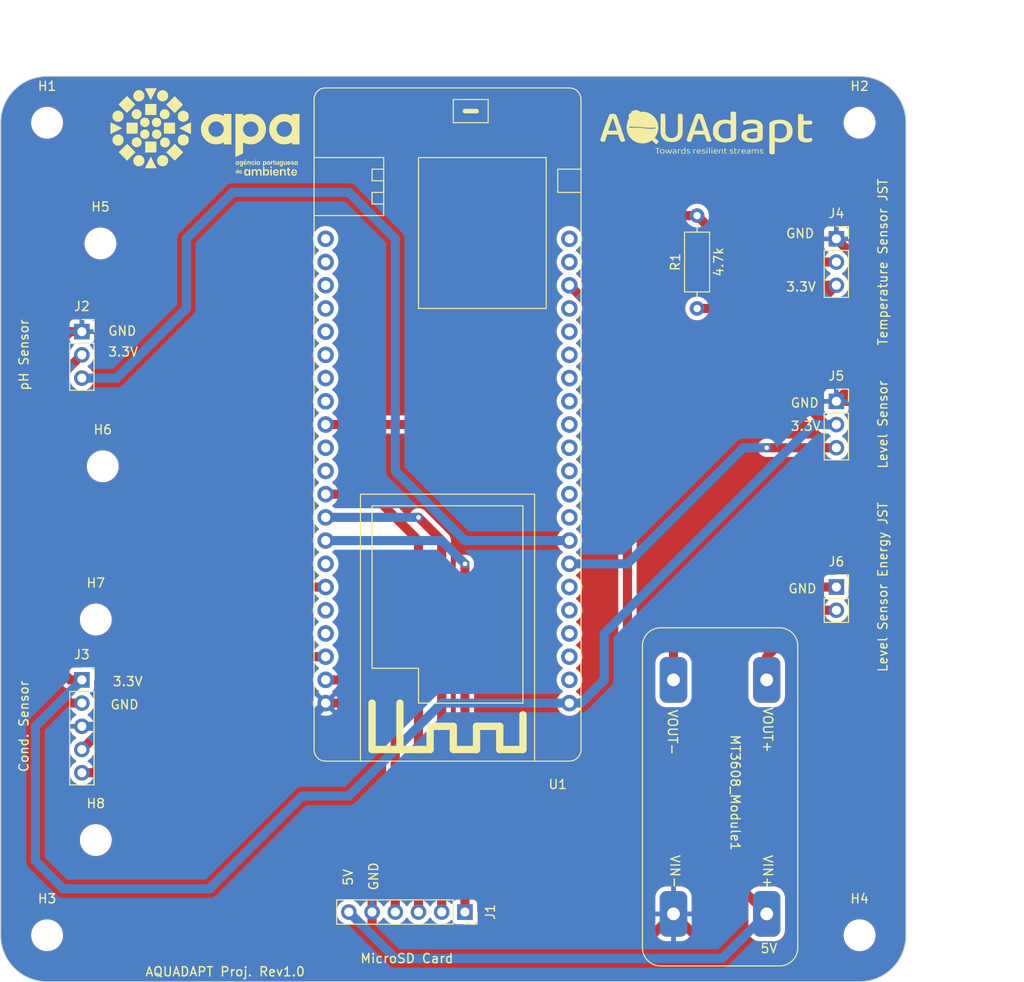
<source format=kicad_pcb>
(kicad_pcb (version 20221018) (generator pcbnew)
  (layers (0 "F.Cu" signal) (31 "B.Cu" signal) (34 "B.Paste" user) (35 "F.Paste" user) (36 "B.SilkS" user "B.Silkscreen") (37 "F.SilkS" user "F.Silkscreen") (38 "B.Mask" user) (39 "F.Mask" user) (44 "Edge.Cuts" user))
  (net 0 "")
  (net 1 "+3.3V")
  (net 7 "Level Sensor")
  (net 8 "pH Analog")
  (net 19 "+5V")
  (net 22 "GND")
  (net 23 "MOSI")
  (net 24 "RX")
  (net 27 "TX")
  (net 29 "MISO")
  (net 30 "SCK")
  (net 31 "SS")
  (net 34 "Temperature Data")
  (net 44 "Net-(J6-Pin_1)")
  (net 45 "Net-(J6-Pin_2)")
  (footprint "MountingHole:MountingHole_3mm" (layer "F.Cu") (at 110.236 98.552)
    (fp_text reference "H6" (at 0 -4) (layer "F.SilkS"))
    (fp_text value "MountingHole")
    (pad "" np_thru_hole circle (at 0 0) (size 3 3) (drill 3) (layers "*.Cu" "*.Mask"))
  )
  (footprint "MountingHole:MountingHole_3mm" (layer "F.Cu") (at 104.14 60.96)
    (fp_text reference "H1" (at 0 -4) (layer "F.SilkS"))
    (fp_text value "MountingHole")
    (pad "" np_thru_hole circle (at 0 0) (size 3 3) (drill 3) (layers "*.Cu" "*.Mask"))
  )
  (footprint "MountingHole:MountingHole_3mm" (layer "F.Cu") (at 193.04 60.96)
    (fp_text reference "H2" (at 0 -4) (layer "F.SilkS"))
    (fp_text value "MountingHole")
    (pad "" np_thru_hole circle (at 0 0) (size 3 3) (drill 3) (layers "*.Cu" "*.Mask"))
  )
  (footprint "TTGO-TCALL-SIM800:TTGO-TCALL-SIM800" (layer "F.Cu") (at 161.29 124.46 180)
    (fp_text reference "U1" (at 1.27 -8.89) (layer "F.SilkS"))
    (fp_text value "TTGO-TCALL-SIM800")
    (pad "1" thru_hole circle (at 0 0 180) (size 1.8 1.8) (drill 1.02) (layers "*.Cu" "*.Mask") (net 1 "+3.3V"))
    (pad "2" thru_hole circle (at 0 2.54 180) (size 1.8 1.8) (drill 1.02) (layers "*.Cu" "*.Mask"))
    (pad "3" thru_hole circle (at 0 5.08 180) (size 1.8 1.8) (drill 1.02) (layers "*.Cu" "*.Mask"))
    (pad "4" thru_hole circle (at 0 7.62 180) (size 1.8 1.8) (drill 1.02) (layers "*.Cu" "*.Mask"))
    (pad "5" thru_hole circle (at 0 10.16 180) (size 1.8 1.8) (drill 1.02) (layers "*.Cu" "*.Mask"))
    (pad "6" thru_hole circle (at 0 12.7 180) (size 1.8 1.8) (drill 1.02) (layers "*.Cu" "*.Mask"))
    (pad "7" thru_hole circle (at 0 15.24 180) (size 1.8 1.8) (drill 1.02) (layers "*.Cu" "*.Mask") (net 7 "Level Sensor"))
    (pad "8" thru_hole circle (at 0 17.78 180) (size 1.8 1.8) (drill 1.02) (layers "*.Cu" "*.Mask") (net 8 "pH Analog"))
    (pad "9" thru_hole circle (at 0 20.32 180) (size 1.8 1.8) (drill 1.02) (layers "*.Cu" "*.Mask"))
    (pad "10" thru_hole circle (at 0 22.86 180) (size 1.8 1.8) (drill 1.02) (layers "*.Cu" "*.Mask"))
    (pad "11" thru_hole circle (at 0 25.4 180) (size 1.8 1.8) (drill 1.02) (layers "*.Cu" "*.Mask"))
    (pad "12" thru_hole circle (at 0 27.94 180) (size 1.8 1.8) (drill 1.02) (layers "*.Cu" "*.Mask"))
    (pad "13" thru_hole circle (at 0 30.48 180) (size 1.8 1.8) (drill 1.02) (layers "*.Cu" "*.Mask"))
    (pad "14" thru_hole circle (at 0 33.02 180) (size 1.8 1.8) (drill 1.02) (layers "*.Cu" "*.Mask"))
    (pad "15" thru_hole circle (at 0 35.56 180) (size 1.8 1.8) (drill 1.02) (layers "*.Cu" "*.Mask"))
    (pad "16" thru_hole circle (at 0 38.1 180) (size 1.8 1.8) (drill 1.02) (layers "*.Cu" "*.Mask"))
    (pad "17" thru_hole circle (at 0 40.64 180) (size 1.8 1.8) (drill 1.02) (layers "*.Cu" "*.Mask"))
    (pad "18" thru_hole circle (at 0 43.18 180) (size 1.8 1.8) (drill 1.02) (layers "*.Cu" "*.Mask"))
    (pad "19" thru_hole circle (at 0 45.72 180) (size 1.8 1.8) (drill 1.02) (layers "*.Cu" "*.Mask") (net 19 "+5V"))
    (pad "20" thru_hole circle (at 0 48.26 180) (size 1.8 1.8) (drill 1.02) (layers "*.Cu" "*.Mask"))
    (pad "21" thru_hole circle (at 0 50.8 180) (size 1.8 1.8) (drill 1.02) (layers "*.Cu" "*.Mask"))
    (pad "22" thru_hole circle (at 26.67 0 180) (size 1.8 1.8) (drill 1.02) (layers "*.Cu" "*.Mask") (net 22 "GND"))
    (pad "23" thru_hole circle (at 26.67 2.54 180) (size 1.8 1.8) (drill 1.02) (layers "*.Cu" "*.Mask") (net 23 "MOSI"))
    (pad "24" thru_hole circle (at 26.67 5.08 180) (size 1.8 1.8) (drill 1.02) (layers "*.Cu" "*.Mask") (net 24 "RX"))
    (pad "25" thru_hole circle (at 26.67 7.62 180) (size 1.8 1.8) (drill 1.02) (layers "*.Cu" "*.Mask"))
    (pad "26" thru_hole circle (at 26.67 10.16 180) (size 1.8 1.8) (drill 1.02) (layers "*.Cu" "*.Mask"))
    (pad "27" thru_hole circle (at 26.67 12.7 180) (size 1.8 1.8) (drill 1.02) (layers "*.Cu" "*.Mask") (net 27 "TX"))
    (pad "28" thru_hole circle (at 26.67 15.24 180) (size 1.8 1.8) (drill 1.02) (layers "*.Cu" "*.Mask"))
    (pad "29" thru_hole circle (at 26.67 17.78 180) (size 1.8 1.8) (drill 1.02) (layers "*.Cu" "*.Mask") (net 29 "MISO"))
    (pad "30" thru_hole circle (at 26.67 20.32 180) (size 1.8 1.8) (drill 1.02) (layers "*.Cu" "*.Mask") (net 30 "SCK"))
    (pad "31" thru_hole circle (at 26.67 22.86 180) (size 1.8 1.8) (drill 1.02) (layers "*.Cu" "*.Mask") (net 31 "SS"))
    (pad "32" thru_hole circle (at 26.67 25.4 180) (size 1.8 1.8) (drill 1.02) (layers "*.Cu" "*.Mask"))
    (pad "33" thru_hole circle (at 26.67 27.94 180) (size 1.8 1.8) (drill 1.02) (layers "*.Cu" "*.Mask"))
    (pad "34" thru_hole circle (at 26.67 30.48 180) (size 1.8 1.8) (drill 1.02) (layers "*.Cu" "*.Mask") (net 34 "Temperature Data"))
    (pad "35" thru_hole circle (at 26.67 33.02 180) (size 1.8 1.8) (drill 1.02) (layers "*.Cu" "*.Mask"))
    (pad "36" thru_hole circle (at 26.67 35.56 180) (size 1.8 1.8) (drill 1.02) (layers "*.Cu" "*.Mask"))
    (pad "37" thru_hole circle (at 26.67 38.1 180) (size 1.8 1.8) (drill 1.02) (layers "*.Cu" "*.Mask"))
    (pad "38" thru_hole circle (at 26.67 40.64 180) (size 1.8 1.8) (drill 1.02) (layers "*.Cu" "*.Mask"))
    (pad "39" thru_hole circle (at 26.67 43.18 180) (size 1.8 1.8) (drill 1.02) (layers "*.Cu" "*.Mask"))
    (pad "40" thru_hole circle (at 26.67 45.72 180) (size 1.8 1.8) (drill 1.02) (layers "*.Cu" "*.Mask"))
    (pad "41" thru_hole circle (at 26.67 48.26 180) (size 1.8 1.8) (drill 1.02) (layers "*.Cu" "*.Mask"))
    (pad "42" thru_hole circle (at 26.67 50.8 180) (size 1.8 1.8) (drill 1.02) (layers "*.Cu" "*.Mask"))
  )
  (footprint "Connector_PinSocket_2.54mm:PinSocket_1x03_P2.54mm_Vertical" (layer "F.Cu") (at 190.5 73.66)
    (fp_text reference "J4" (at 0 -2.77) (layer "F.SilkS"))
    (fp_text value "Temperature Sensor JST" (at 5.08 2.54 90) (layer "F.SilkS"))
    (pad "1" thru_hole rect (at 0 0) (size 1.7 1.7) (drill 1) (layers "*.Cu" "*.Mask") (net 22 "GND"))
    (pad "2" thru_hole oval (at 0 2.54) (size 1.7 1.7) (drill 1) (layers "*.Cu" "*.Mask") (net 34 "Temperature Data"))
    (pad "3" thru_hole oval (at 0 5.08) (size 1.7 1.7) (drill 1) (layers "*.Cu" "*.Mask") (net 1 "+3.3V"))
  )
  (footprint "Resistor_THT:R_Axial_DIN0207_L6.3mm_D2.5mm_P10.16mm_Horizontal" (layer "F.Cu") (at 175.26 81.28 90)
    (fp_text reference "R1" (at 5.08 -2.37 90) (layer "F.SilkS"))
    (fp_text value "4.7k" (at 5.08 2.37 90) (layer "F.SilkS"))
    (pad "1" thru_hole circle (at 0 0 90) (size 1.6 1.6) (drill 0.8) (layers "*.Cu" "*.Mask") (net 1 "+3.3V"))
    (pad "2" thru_hole oval (at 10.16 0 90) (size 1.6 1.6) (drill 0.8) (layers "*.Cu" "*.Mask") (net 34 "Temperature Data"))
  )
  (footprint "Connector_PinSocket_2.54mm:PinSocket_1x06_P2.54mm_Vertical" (layer "F.Cu") (at 149.86 147.32 -90)
    (fp_text reference "J1" (at 0 -2.77 90) (layer "F.SilkS"))
    (fp_text value "MicroSD Card" (at 5.08 6.35 180) (layer "F.SilkS"))
    (pad "1" thru_hole rect (at 0 0 270) (size 1.7 1.7) (drill 1) (layers "*.Cu" "*.Mask") (net 29 "MISO"))
    (pad "2" thru_hole oval (at 0 2.54 270) (size 1.7 1.7) (drill 1) (layers "*.Cu" "*.Mask") (net 30 "SCK"))
    (pad "3" thru_hole oval (at 0 5.08 270) (size 1.7 1.7) (drill 1) (layers "*.Cu" "*.Mask") (net 31 "SS"))
    (pad "4" thru_hole oval (at 0 7.62 270) (size 1.7 1.7) (drill 1) (layers "*.Cu" "*.Mask") (net 23 "MOSI"))
    (pad "5" thru_hole oval (at 0 10.16 270) (size 1.7 1.7) (drill 1) (layers "*.Cu" "*.Mask") (net 22 "GND"))
    (pad "6" thru_hole oval (at 0 12.7 270) (size 1.7 1.7) (drill 1) (layers "*.Cu" "*.Mask") (net 19 "+5V"))
  )
  (footprint "Connector_PinSocket_2.54mm:PinSocket_1x02_P2.54mm_Vertical" (layer "F.Cu") (at 190.5 111.76)
    (fp_text reference "J6" (at 0 -2.77) (layer "F.SilkS"))
    (fp_text value "Level Sensor Energy JST" (at 5.08 0 90) (layer "F.SilkS"))
    (pad "1" thru_hole rect (at 0 0) (size 1.7 1.7) (drill 1) (layers "*.Cu" "*.Mask") (net 44 "Net-(J6-Pin_1)"))
    (pad "2" thru_hole oval (at 0 2.54) (size 1.7 1.7) (drill 1) (layers "*.Cu" "*.Mask") (net 45 "Net-(J6-Pin_2)"))
  )
  (footprint "MountingHole:MountingHole_3mm" (layer "F.Cu") (at 109.474 115.316)
    (fp_text reference "H7" (at 0 -4) (layer "F.SilkS"))
    (fp_text value "MountingHole")
    (pad "" np_thru_hole circle (at 0 0) (size 3 3) (drill 3) (layers "*.Cu" "*.Mask"))
  )
  (footprint "LogoAquadapt:LogoAquadapt_grey_25mm" (layer "F.Cu") (at 176.276 61.976)
    (fp_text reference "G***" hide)
    (fp_text value "LOGO" hide)
  )
  (footprint "MountingHole:MountingHole_3mm" (layer "F.Cu") (at 109.474 139.446)
    (fp_text reference "H8" (at 0 -4) (layer "F.SilkS"))
    (fp_text value "MountingHole")
    (pad "" np_thru_hole circle (at 0 0) (size 3 3) (drill 3) (layers "*.Cu" "*.Mask"))
  )
  (footprint "MountingHole:MountingHole_3mm" (layer "F.Cu") (at 193.04 149.86)
    (fp_text reference "H4" (at 0 -4) (layer "F.SilkS"))
    (fp_text value "MountingHole")
    (pad "" np_thru_hole circle (at 0 0) (size 3 3) (drill 3) (layers "*.Cu" "*.Mask"))
  )
  (footprint "Connector_PinSocket_2.54mm:PinSocket_1x03_P2.54mm_Vertical" (layer "F.Cu") (at 190.5 91.44)
    (fp_text reference "J5" (at 0 -2.77) (layer "F.SilkS"))
    (fp_text value "Level Sensor" (at 5.08 2.54 90) (layer "F.SilkS"))
    (pad "1" thru_hole rect (at 0 0) (size 1.7 1.7) (drill 1) (layers "*.Cu" "*.Mask") (net 22 "GND"))
    (pad "2" thru_hole oval (at 0 2.54) (size 1.7 1.7) (drill 1) (layers "*.Cu" "*.Mask") (net 1 "+3.3V"))
    (pad "3" thru_hole oval (at 0 5.08) (size 1.7 1.7) (drill 1) (layers "*.Cu" "*.Mask") (net 7 "Level Sensor"))
  )
  (footprint "MountingHole:MountingHole_3mm" (layer "F.Cu") (at 104.14 149.86)
    (fp_text reference "H3" (at 0 -4) (layer "F.SilkS"))
    (fp_text value "MountingHole")
    (pad "" np_thru_hole circle (at 0 0) (size 3 3) (drill 3) (layers "*.Cu" "*.Mask"))
  )
  (footprint "Connector_PinSocket_2.54mm:PinSocket_1x03_P2.54mm_Vertical" (layer "F.Cu") (at 107.95 83.82)
    (fp_text reference "J2" (at 0 -2.77) (layer "F.SilkS"))
    (fp_text value "pH Sensor" (at -6.35 2.54 90) (layer "F.SilkS"))
    (pad "1" thru_hole rect (at 0 0) (size 1.7 1.7) (drill 1) (layers "*.Cu" "*.Mask") (net 22 "GND"))
    (pad "2" thru_hole oval (at 0 2.54) (size 1.7 1.7) (drill 1) (layers "*.Cu" "*.Mask") (net 1 "+3.3V"))
    (pad "3" thru_hole oval (at 0 5.08) (size 1.7 1.7) (drill 1) (layers "*.Cu" "*.Mask") (net 8 "pH Analog"))
  )
  (footprint "MountingHole:MountingHole_3mm" (layer "F.Cu") (at 109.982 74.168)
    (fp_text reference "H5" (at 0 -4) (layer "F.SilkS"))
    (fp_text value "MountingHole")
    (pad "" np_thru_hole circle (at 0 0) (size 3 3) (drill 3) (layers "*.Cu" "*.Mask"))
  )
  (footprint "Connector_PinSocket_2.54mm:PinSocket_1x05_P2.54mm_Vertical" (layer "F.Cu") (at 107.95 121.92)
    (fp_text reference "J3" (at 0 -2.77) (layer "F.SilkS"))
    (fp_text value "Cond. Sensor" (at -6.35 5.08 270) (layer "F.SilkS"))
    (pad "1" thru_hole rect (at 0 0) (size 1.7 1.7) (drill 1) (layers "*.Cu" "*.Mask") (net 1 "+3.3V"))
    (pad "2" thru_hole oval (at 0 2.54) (size 1.7 1.7) (drill 1) (layers "*.Cu" "*.Mask"))
    (pad "3" thru_hole oval (at 0 5.08) (size 1.7 1.7) (drill 1) (layers "*.Cu" "*.Mask") (net 22 "GND"))
    (pad "4" thru_hole oval (at 0 7.62) (size 1.7 1.7) (drill 1) (layers "*.Cu" "*.Mask") (net 27 "TX"))
    (pad "5" thru_hole oval (at 0 10.16) (size 1.7 1.7) (drill 1) (layers "*.Cu" "*.Mask") (net 24 "RX"))
  )
  (footprint "Logos:LogoAPA_V20_68" (layer "F.Cu") (at 121.412 61.976)
    (fp_text reference "G***" hide)
    (fp_text value "LOGO" hide)
  )
  (footprint "Library:MT3608-Module" (layer "F.Cu") (at 169.28 116.22 -90)
    (fp_text reference "MT3608_Module1" (at 18.034 -10.16 -90 unlocked) (layer "F.SilkS"))
    (fp_text value "~")
    (fp_text user "VOUT-" (at 11.43 -3.302 -90 unlocked) (layer "F.SilkS"))
    (fp_text user "VIN-" (at 26.67 -3.556 -90 unlocked) (layer "F.SilkS"))
    (fp_text user "VOUT+" (at 11.176 -13.716 -90 unlocked) (layer "F.SilkS"))
    (fp_text user "VIN+" (at 26.67 -13.716 -90 unlocked) (layer "F.SilkS"))
    (pad "1" thru_hole roundrect (at 31.3 -13.6 270) (size 5 3) (drill 1.4) (layers "*.Cu" "*.Mask") (net 19 "+5V"))
    (pad "2" thru_hole roundrect (at 31.3 -3.4 270) (size 5 3) (drill 1.4) (layers "*.Cu" "*.Mask") (net 22 "GND"))
    (pad "3" thru_hole roundrect (at 5.7 -13.6 270) (size 5 3) (drill 1.4) (layers "*.Cu" "*.Mask") (net 45 "Net-(J6-Pin_2)"))
    (pad "4" thru_hole roundrect (at 5.7 -3.4 270) (size 5 3) (drill 1.4) (layers "*.Cu" "*.Mask") (net 44 "Net-(J6-Pin_1)"))
  )
  (gr_line (start 198.12 149.86) (end 198.12 60.96) (stroke (width 0.1)) (layer "Edge.Cuts"))
  (gr_line (start 193.04 55.88) (end 104.14 55.88) (stroke (width 0.1)) (layer "Edge.Cuts"))
  (gr_arc (start 104.14 154.94) (mid 100.547898 153.452102) (end 99.06 149.86) (stroke (width 0.1)) (layer "Edge.Cuts"))
  (gr_arc (start 198.12 149.86) (mid 196.632102 153.452102) (end 193.04 154.94) (stroke (width 0.1)) (layer "Edge.Cuts"))
  (gr_arc (start 99.06 60.96) (mid 100.547898 57.367898) (end 104.14 55.88) (stroke (width 0.1)) (layer "Edge.Cuts"))
  (gr_arc (start 193.04 55.88) (mid 196.632102 57.367898) (end 198.12 60.96) (stroke (width 0.1)) (layer "Edge.Cuts"))
  (gr_line (start 99.06 60.96) (end 99.06 149.86) (stroke (width 0.1)) (layer "Edge.Cuts"))
  (gr_line (start 104.14 154.94) (end 193.04 154.94) (stroke (width 0.1)) (layer "Edge.Cuts"))
  (gr_text "3.3V" (at 185.42 94.742) (layer "F.SilkS") (effects (font (size 1 1)) (justify left bottom)))
  (gr_text "5V" (at 137.668 144.526 90) (layer "F.SilkS") (effects (font (size 1 1)) (justify left bottom)))
  (gr_text "GND" (at 185.42 92.202) (layer "F.SilkS") (effects (font (size 1 1)) (justify left bottom)))
  (gr_text "3.3V" (at 184.912 79.502) (layer "F.SilkS") (effects (font (size 1 1)) (justify left bottom)))
  (gr_text "3.3V" (at 111.252 122.682) (layer "F.SilkS") (effects (font (size 1 1)) (justify left bottom)))
  (gr_text "3.3V" (at 110.744 86.614) (layer "F.SilkS") (effects (font (size 1 1)) (justify left bottom)))
  (gr_text "GND" (at 184.912 73.66) (layer "F.SilkS") (effects (font (size 1 1)) (justify left bottom)))
  (gr_text "AQUADAPT Proj. Rev1.0" (at 114.808 154.432) (layer "F.SilkS") (effects (font (size 1 1)) (justify left bottom)))
  (gr_text "GND" (at 110.744 84.328) (layer "F.SilkS") (effects (font (size 1 1)) (justify left bottom)))
  (gr_text "GND" (at 140.462 145.034 90) (layer "F.SilkS") (effects (font (size 1 1)) (justify left bottom)))
  (gr_text "5V" (at 182.118 151.892) (layer "F.SilkS") (effects (font (size 1 1)) (justify left bottom)))
  (gr_text "GND" (at 185.166 112.522) (layer "F.SilkS") (effects (font (size 1 1)) (justify left bottom)))
  (gr_text "GND" (at 110.998 125.222) (layer "F.SilkS") (effects (font (size 1 1)) (justify left bottom)))
  (segment (start 180.34 78.74) (end 177.8 81.28) (width 1) (layer "F.Cu") (net 1))
  (segment (start 177.8 81.28) (end 175.26 81.28) (width 1) (layer "F.Cu") (net 1))
  (segment (start 190.5 78.74) (end 180.34 78.74) (width 1) (layer "F.Cu") (net 1))
  (segment (start 104.14 119.38) (end 106.68 121.92) (width 1) (layer "F.Cu") (net 1))
  (segment (start 106.68 121.92) (end 107.95 121.92) (width 1) (layer "F.Cu") (net 1))
  (segment (start 190.5 78.74) (end 185.42 83.82) (width 1) (layer "F.Cu") (net 1))
  (segment (start 185.42 83.82) (end 185.42 90.102081) (width 1) (layer "F.Cu") (net 1))
  (segment (start 107.95 86.36) (end 104.14 90.17) (width 1) (layer "F.Cu") (net 1))
  (segment (start 104.14 90.17) (end 104.14 119.38) (width 1) (layer "F.Cu") (net 1))
  (segment (start 189.297919 93.98) (end 190.5 93.98) (width 1) (layer "F.Cu") (net 1))
  (segment (start 185.42 90.102081) (end 189.297919 93.98) (width 1) (layer "F.Cu") (net 1))
  (segment (start 147.32 124.46) (end 161.29 124.46) (width 1) (layer "B.Cu") (net 1))
  (segment (start 137.16 134.62) (end 147.32 124.46) (width 1) (layer "B.Cu") (net 1))
  (segment (start 102.87 127) (end 102.87 141.732) (width 1) (layer "B.Cu") (net 1))
  (segment (start 187.96 93.98) (end 165.1 116.84) (width 1) (layer "B.Cu") (net 1))
  (segment (start 132.08 134.62) (end 137.16 134.62) (width 1) (layer "B.Cu") (net 1))
  (segment (start 102.87 141.732) (end 105.918 144.78) (width 1) (layer "B.Cu") (net 1))
  (segment (start 105.918 144.78) (end 121.92 144.78) (width 1) (layer "B.Cu") (net 1))
  (segment (start 190.5 93.98) (end 187.96 93.98) (width 1) (layer "B.Cu") (net 1))
  (segment (start 165.1 116.84) (end 165.1 121.92) (width 1) (layer "B.Cu") (net 1))
  (segment (start 121.92 144.78) (end 132.08 134.62) (width 1) (layer "B.Cu") (net 1))
  (segment (start 162.56 124.46) (end 161.29 124.46) (width 1) (layer "B.Cu") (net 1))
  (segment (start 107.95 121.92) (end 102.87 127) (width 1) (layer "B.Cu") (net 1))
  (segment (start 165.1 121.92) (end 162.56 124.46) (width 1) (layer "B.Cu") (net 1))
  (segment (start 182.88 96.52) (end 190.5 96.52) (width 1) (layer "F.Cu") (net 7))
  (via (at 182.88 96.52) (size 1) (drill 0.5) (layers "F.Cu" "B.Cu") (net 7))
  (segment (start 161.29 109.22) (end 167.64 109.22) (width 1) (layer "B.Cu") (net 7))
  (segment (start 180.34 96.52) (end 182.88 96.52) (width 1) (layer "B.Cu") (net 7))
  (segment (start 167.64 109.22) (end 180.34 96.52) (width 1) (layer "B.Cu") (net 7))
  (segment (start 119.38 73.66) (end 119.38 81.28) (width 1) (layer "B.Cu") (net 8))
  (segment (start 111.76 88.9) (end 107.95 88.9) (width 1) (layer "B.Cu") (net 8))
  (segment (start 149.86 106.68) (end 142.24 99.06) (width 1) (layer "B.Cu") (net 8))
  (segment (start 161.29 106.68) (end 149.86 106.68) (width 1) (layer "B.Cu") (net 8))
  (segment (start 119.38 81.28) (end 111.76 88.9) (width 1) (layer "B.Cu") (net 8))
  (segment (start 142.24 99.06) (end 142.24 73.66) (width 1) (layer "B.Cu") (net 8))
  (segment (start 124.46 68.58) (end 119.38 73.66) (width 1) (layer "B.Cu") (net 8))
  (segment (start 137.16 68.58) (end 124.46 68.58) (width 1) (layer "B.Cu") (net 8))
  (segment (start 142.24 73.66) (end 137.16 68.58) (width 1) (layer "B.Cu") (net 8))
  (segment (start 167.64 139.7) (end 167.64 85.09) (width 1) (layer "F.Cu") (net 19))
  (segment (start 182.88 147.52) (end 177.6 142.24) (width 1) (layer "F.Cu") (net 19))
  (segment (start 167.64 85.09) (end 161.29 78.74) (width 1) (layer "F.Cu") (net 19))
  (segment (start 177.6 142.24) (end 170.18 142.24) (width 1) (layer "F.Cu") (net 19))
  (segment (start 170.18 142.24) (end 167.64 139.7) (width 1) (layer "F.Cu") (net 19))
  (segment (start 142.24 152.4) (end 178 152.4) (width 1) (layer "B.Cu") (net 19))
  (segment (start 137.16 147.32) (end 142.24 152.4) (width 1) (layer "B.Cu") (net 19))
  (segment (start 178 152.4) (end 182.88 147.52) (width 1) (layer "B.Cu") (net 19))
  (segment (start 107.95 83.82) (end 106.68 83.82) (width 1) (layer "F.Cu") (net 22))
  (segment (start 139.7 147.32) (end 139.7 149.86) (width 1) (layer "F.Cu") (net 22))
  (segment (start 187.96 149.86) (end 185.42 152.4) (width 1) (layer "F.Cu") (net 22))
  (segment (start 190.5 91.44) (end 193.04 91.44) (width 1) (layer "F.Cu") (net 22))
  (segment (start 167.8 152.4) (end 172.68 147.52) (width 1) (layer "F.Cu") (net 22))
  (segment (start 139.7 127) (end 139.7 147.32) (width 1) (layer "F.Cu") (net 22))
  (segment (start 187.96 144.78) (end 187.96 149.86) (width 1) (layer "F.Cu") (net 22))
  (segment (start 195.58 78.74) (end 195.58 86.36) (width 1) (layer "F.Cu") (net 22))
  (segment (start 190.5 73.66) (end 195.58 78.74) (width 1) (layer "F.Cu") (net 22))
  (segment (start 101.6 88.9) (end 101.6 119.38) (width 1) (layer "F.Cu") (net 22))
  (segment (start 106.68 83.82) (end 101.6 88.9) (width 1) (layer "F.Cu") (net 22))
  (segment (start 142.24 152.4) (end 167.8 152.4) (width 1) (layer "F.Cu") (net 22))
  (segment (start 195.58 86.36) (end 190.5 91.44) (width 1) (layer "F.Cu") (net 22))
  (segment (start 185.42 152.4) (end 177.56 152.4) (width 1) (layer "F.Cu") (net 22))
  (segment (start 193.04 91.44) (end 195.58 93.98) (width 1) (layer "F.Cu") (net 22))
  (segment (start 139.7 149.86) (end 142.24 152.4) (width 1) (layer "F.Cu") (net 22))
  (segment (start 177.56 152.4) (end 172.68 147.52) (width 1) (layer "F.Cu") (net 22))
  (segment (start 106.68 124.46) (end 107.95 124.46) (width 1) (layer "F.Cu") (net 22))
  (segment (start 137.16 124.46) (end 134.62 124.46) (width 1) (layer "F.Cu") (net 22))
  (segment (start 101.6 119.38) (end 106.68 124.46) (width 1) (layer "F.Cu") (net 22))
  (segment (start 195.58 93.98) (end 195.58 137.16) (width 1) (layer "F.Cu") (net 22))
  (segment (start 139.7 127) (end 137.16 124.46) (width 1) (layer "F.Cu") (net 22))
  (segment (start 195.58 137.16) (end 187.96 144.78) (width 1) (layer "F.Cu") (net 22))
  (segment (start 107.95 127) (end 132.08 127) (width 1) (layer "B.Cu") (net 22))
  (segment (start 132.08 127) (end 134.62 124.46) (width 1) (layer "B.Cu") (net 22))
  (segment (start 142.24 127) (end 137.16 121.92) (width 1) (layer "F.Cu") (net 23))
  (segment (start 142.24 127) (end 142.24 147.32) (width 1) (layer "F.Cu") (net 23))
  (segment (start 137.16 121.92) (end 134.62 121.92) (width 1) (layer "F.Cu") (net 23))
  (segment (start 121.92 119.38) (end 134.62 119.38) (width 1) (layer "F.Cu") (net 24))
  (segment (start 107.95 132.08) (end 109.22 132.08) (width 1) (layer "F.Cu") (net 24))
  (segment (start 109.22 132.08) (end 121.92 119.38) (width 1) (layer "F.Cu") (net 24))
  (segment (start 125.73 111.76) (end 134.62 111.76) (width 1) (layer "F.Cu") (net 27))
  (segment (start 107.95 129.54) (end 125.73 111.76) (width 1) (layer "F.Cu") (net 27))
  (segment (start 149.86 109.22) (end 149.86 147.32) (width 1) (layer "F.Cu") (net 29))
  (via (at 149.86 109.22) (size 1) (drill 0.5) (layers "F.Cu" "B.Cu") (net 29))
  (segment (start 147.32 106.68) (end 134.62 106.68) (width 1) (layer "B.Cu") (net 29))
  (segment (start 149.86 109.22) (end 147.32 106.68) (width 1) (layer "B.Cu") (net 29))
  (segment (start 147.32 106.68) (end 147.32 147.32) (width 1) (layer "F.Cu") (net 30))
  (segment (start 147.32 106.68) (end 144.78 104.14) (width 1) (layer "F.Cu") (net 30))
  (via (at 144.78 104.14) (size 1) (drill 0.5) (layers "F.Cu" "B.Cu") (net 30))
  (segment (start 144.78 104.14) (end 134.62 104.14) (width 1) (layer "B.Cu") (net 30))
  (segment (start 144.78 106.68) (end 139.7 101.6) (width 1) (layer "F.Cu") (net 31))
  (segment (start 139.7 101.6) (end 134.62 101.6) (width 1) (layer "F.Cu") (net 31))
  (segment (start 144.78 106.68) (end 144.78 147.32) (width 1) (layer "F.Cu") (net 31))
  (segment (start 160.02 71.12) (end 152.4 78.74) (width 1) (layer "F.Cu") (net 34))
  (segment (start 190.5 76.2) (end 180.34 76.2) (width 1) (layer "F.Cu") (net 34))
  (segment (start 180.34 76.2) (end 175.26 71.12) (width 1) (layer "F.Cu") (net 34))
  (segment (start 149.86 93.98) (end 134.62 93.98) (width 1) (layer "F.Cu") (net 34))
  (segment (start 152.4 91.44) (end 149.86 93.98) (width 1) (layer "F.Cu") (net 34))
  (segment (start 152.4 78.74) (end 152.4 91.44) (width 1) (layer "F.Cu") (net 34))
  (segment (start 175.26 71.12) (end 160.02 71.12) (width 1) (layer "F.Cu") (net 34))
  (segment (start 177.8 111.76) (end 172.68 116.88) (width 1) (layer "F.Cu") (net 44))
  (segment (start 190.5 111.76) (end 177.8 111.76) (width 1) (layer "F.Cu") (net 44))
  (segment (start 172.68 116.88) (end 172.68 121.92) (width 1) (layer "F.Cu") (net 44))
  (segment (start 190.5 114.3) (end 187.96 114.3) (width 1) (layer "F.Cu") (net 45))
  (segment (start 182.88 119.38) (end 182.88 121.92) (width 1) (layer "F.Cu") (net 45))
  (segment (start 187.96 114.3) (end 182.88 119.38) (width 1) (layer "F.Cu") (net 45))
  (zone (net 22) (net_name "GND") (layers "F&B.Cu") (connect_pads (clearance 0.5)) (min_thickness 0.25) (fill yes (thermal_gap 0.5) (thermal_bridge_width 0.5))
    (polygon (pts (xy 99.06 55.88) (xy 198.12 55.88) (xy 198.12 154.94) (xy 99.06 154.94)))
  )
)
</source>
